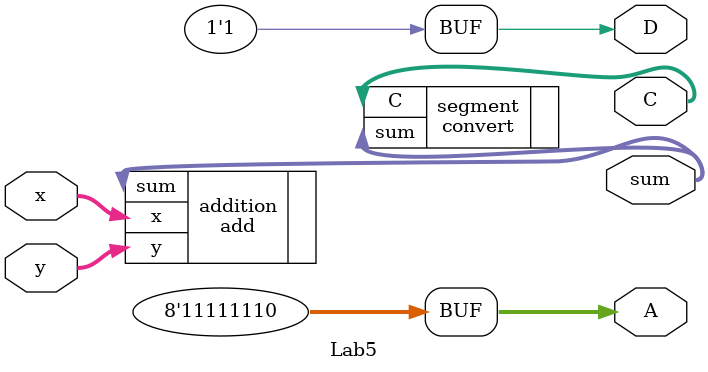
<source format=v>
`timescale 1ns / 1ps


module Lab5(x, y, A, D, C, sum);

  input [3:0] x;
  input [3:0] y;
  output reg[7:0] A = 8'b11111110;
  output reg D = 1'b1;
  output [6:0] C;
  output wire[3:0] sum;
  add addition(.x(x),.y(y),.sum(sum));
  convert segment(.sum(sum), .C(C));
  
endmodule


</source>
